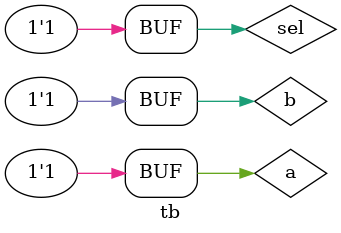
<source format=v>
module mux2isto1(input sel, a, b, output y);
	assign y = ((~sel)&a) || (sel&b);
endmodule 

module tb();
	reg sel, a, b;
	wire y;
	integer i;

	mux2isto1 mx(sel,a,b,y);
	
	
	initial begin
		{sel,a,b} = 3'b000;
		#1;
		{sel,a,b} = 3'b001;
		#1;
		{sel,a,b} = 3'b010;
		#1;
		{sel,a,b} = 3'b011;
		#1;
		{sel,a,b} = 3'b100;
		#1;
		{sel,a,b} = 3'b101;
		#1;
		{sel,a,b} = 3'b110;
		#1;
		{sel,a,b} = 3'b111;
		#1;
	end
endmodule

</source>
